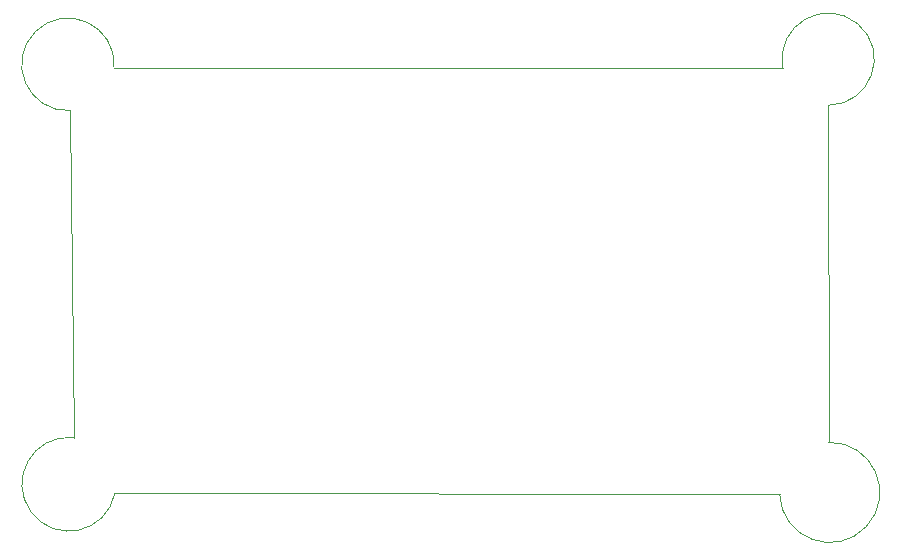
<source format=gbr>
%TF.GenerationSoftware,KiCad,Pcbnew,9.0.2*%
%TF.CreationDate,2025-06-26T23:30:40+05:30*%
%TF.ProjectId,MCU data logger,4d435520-6461-4746-9120-6c6f67676572,VERSION 1*%
%TF.SameCoordinates,Original*%
%TF.FileFunction,Profile,NP*%
%FSLAX46Y46*%
G04 Gerber Fmt 4.6, Leading zero omitted, Abs format (unit mm)*
G04 Created by KiCad (PCBNEW 9.0.2) date 2025-06-26 23:30:40*
%MOMM*%
%LPD*%
G01*
G04 APERTURE LIST*
%TA.AperFunction,Profile*%
%ADD10C,0.050000*%
%TD*%
G04 APERTURE END LIST*
D10*
X111573865Y-81914800D02*
X166820000Y-82010000D01*
X107810000Y-49500000D02*
X108080000Y-77190000D01*
X172018403Y-77586966D02*
G75*
G02*
X167860001Y-82010000I81597J-4243034D01*
G01*
X168135502Y-45861850D02*
G75*
G02*
X171980000Y-49050001I3834498J711850D01*
G01*
X111573866Y-81914800D02*
G75*
G02*
X108080000Y-77189999I-3893866J774800D01*
G01*
X166820000Y-82010000D02*
X167860000Y-82010000D01*
X111505408Y-45872805D02*
X168135502Y-45861847D01*
X172018403Y-77586966D02*
X171980000Y-49050000D01*
X107810000Y-49500000D02*
G75*
G02*
X111505409Y-45872805I-210000J3910000D01*
G01*
M02*

</source>
